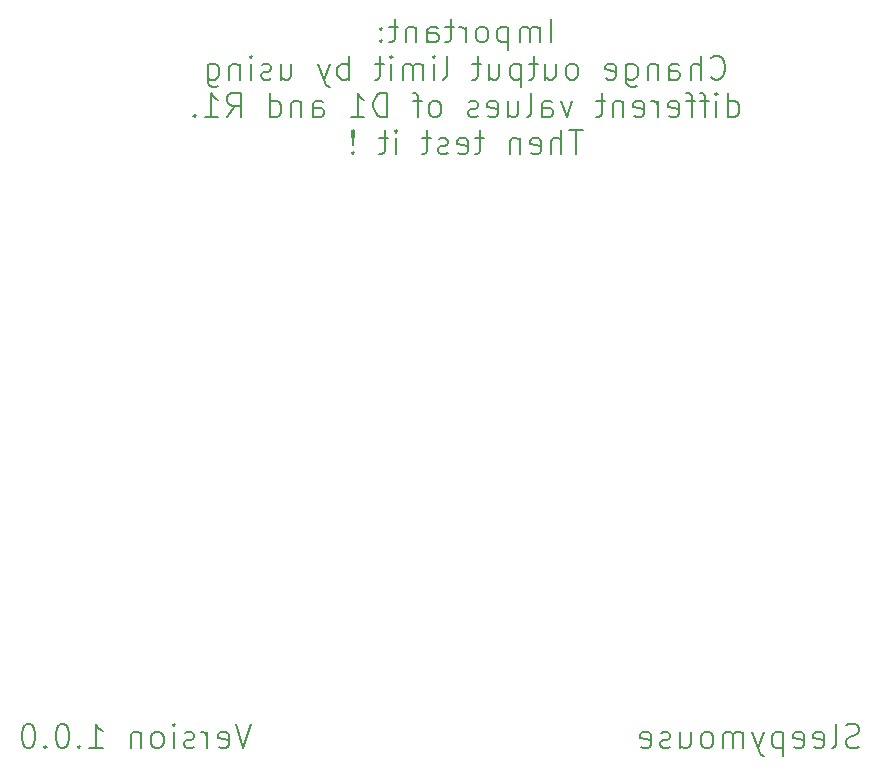
<source format=gbr>
G04 #@! TF.GenerationSoftware,KiCad,Pcbnew,(5.1.5)-3*
G04 #@! TF.CreationDate,2020-09-01T19:36:17+01:00*
G04 #@! TF.ProjectId,solarVoltageLimiter,736f6c61-7256-46f6-9c74-6167654c696d,1.0.1*
G04 #@! TF.SameCoordinates,Original*
G04 #@! TF.FileFunction,Legend,Bot*
G04 #@! TF.FilePolarity,Positive*
%FSLAX46Y46*%
G04 Gerber Fmt 4.6, Leading zero omitted, Abs format (unit mm)*
G04 Created by KiCad (PCBNEW (5.1.5)-3) date 2020-09-01 19:36:17*
%MOMM*%
%LPD*%
G04 APERTURE LIST*
%ADD10C,0.150000*%
G04 APERTURE END LIST*
D10*
X158285714Y-114809523D02*
X158000000Y-114904761D01*
X157523809Y-114904761D01*
X157333333Y-114809523D01*
X157238095Y-114714285D01*
X157142857Y-114523809D01*
X157142857Y-114333333D01*
X157238095Y-114142857D01*
X157333333Y-114047619D01*
X157523809Y-113952380D01*
X157904761Y-113857142D01*
X158095238Y-113761904D01*
X158190476Y-113666666D01*
X158285714Y-113476190D01*
X158285714Y-113285714D01*
X158190476Y-113095238D01*
X158095238Y-113000000D01*
X157904761Y-112904761D01*
X157428571Y-112904761D01*
X157142857Y-113000000D01*
X156000000Y-114904761D02*
X156190476Y-114809523D01*
X156285714Y-114619047D01*
X156285714Y-112904761D01*
X154476190Y-114809523D02*
X154666666Y-114904761D01*
X155047619Y-114904761D01*
X155238095Y-114809523D01*
X155333333Y-114619047D01*
X155333333Y-113857142D01*
X155238095Y-113666666D01*
X155047619Y-113571428D01*
X154666666Y-113571428D01*
X154476190Y-113666666D01*
X154380952Y-113857142D01*
X154380952Y-114047619D01*
X155333333Y-114238095D01*
X152761904Y-114809523D02*
X152952380Y-114904761D01*
X153333333Y-114904761D01*
X153523809Y-114809523D01*
X153619047Y-114619047D01*
X153619047Y-113857142D01*
X153523809Y-113666666D01*
X153333333Y-113571428D01*
X152952380Y-113571428D01*
X152761904Y-113666666D01*
X152666666Y-113857142D01*
X152666666Y-114047619D01*
X153619047Y-114238095D01*
X151809523Y-113571428D02*
X151809523Y-115571428D01*
X151809523Y-113666666D02*
X151619047Y-113571428D01*
X151238095Y-113571428D01*
X151047619Y-113666666D01*
X150952380Y-113761904D01*
X150857142Y-113952380D01*
X150857142Y-114523809D01*
X150952380Y-114714285D01*
X151047619Y-114809523D01*
X151238095Y-114904761D01*
X151619047Y-114904761D01*
X151809523Y-114809523D01*
X150190476Y-113571428D02*
X149714285Y-114904761D01*
X149238095Y-113571428D02*
X149714285Y-114904761D01*
X149904761Y-115380952D01*
X150000000Y-115476190D01*
X150190476Y-115571428D01*
X148476190Y-114904761D02*
X148476190Y-113571428D01*
X148476190Y-113761904D02*
X148380952Y-113666666D01*
X148190476Y-113571428D01*
X147904761Y-113571428D01*
X147714285Y-113666666D01*
X147619047Y-113857142D01*
X147619047Y-114904761D01*
X147619047Y-113857142D02*
X147523809Y-113666666D01*
X147333333Y-113571428D01*
X147047619Y-113571428D01*
X146857142Y-113666666D01*
X146761904Y-113857142D01*
X146761904Y-114904761D01*
X145523809Y-114904761D02*
X145714285Y-114809523D01*
X145809523Y-114714285D01*
X145904761Y-114523809D01*
X145904761Y-113952380D01*
X145809523Y-113761904D01*
X145714285Y-113666666D01*
X145523809Y-113571428D01*
X145238095Y-113571428D01*
X145047619Y-113666666D01*
X144952380Y-113761904D01*
X144857142Y-113952380D01*
X144857142Y-114523809D01*
X144952380Y-114714285D01*
X145047619Y-114809523D01*
X145238095Y-114904761D01*
X145523809Y-114904761D01*
X143142857Y-113571428D02*
X143142857Y-114904761D01*
X144000000Y-113571428D02*
X144000000Y-114619047D01*
X143904761Y-114809523D01*
X143714285Y-114904761D01*
X143428571Y-114904761D01*
X143238095Y-114809523D01*
X143142857Y-114714285D01*
X142285714Y-114809523D02*
X142095238Y-114904761D01*
X141714285Y-114904761D01*
X141523809Y-114809523D01*
X141428571Y-114619047D01*
X141428571Y-114523809D01*
X141523809Y-114333333D01*
X141714285Y-114238095D01*
X142000000Y-114238095D01*
X142190476Y-114142857D01*
X142285714Y-113952380D01*
X142285714Y-113857142D01*
X142190476Y-113666666D01*
X142000000Y-113571428D01*
X141714285Y-113571428D01*
X141523809Y-113666666D01*
X139809523Y-114809523D02*
X140000000Y-114904761D01*
X140380952Y-114904761D01*
X140571428Y-114809523D01*
X140666666Y-114619047D01*
X140666666Y-113857142D01*
X140571428Y-113666666D01*
X140380952Y-113571428D01*
X140000000Y-113571428D01*
X139809523Y-113666666D01*
X139714285Y-113857142D01*
X139714285Y-114047619D01*
X140666666Y-114238095D01*
X132190476Y-55179761D02*
X132190476Y-53179761D01*
X131238095Y-55179761D02*
X131238095Y-53846428D01*
X131238095Y-54036904D02*
X131142857Y-53941666D01*
X130952380Y-53846428D01*
X130666666Y-53846428D01*
X130476190Y-53941666D01*
X130380952Y-54132142D01*
X130380952Y-55179761D01*
X130380952Y-54132142D02*
X130285714Y-53941666D01*
X130095238Y-53846428D01*
X129809523Y-53846428D01*
X129619047Y-53941666D01*
X129523809Y-54132142D01*
X129523809Y-55179761D01*
X128571428Y-53846428D02*
X128571428Y-55846428D01*
X128571428Y-53941666D02*
X128380952Y-53846428D01*
X128000000Y-53846428D01*
X127809523Y-53941666D01*
X127714285Y-54036904D01*
X127619047Y-54227380D01*
X127619047Y-54798809D01*
X127714285Y-54989285D01*
X127809523Y-55084523D01*
X128000000Y-55179761D01*
X128380952Y-55179761D01*
X128571428Y-55084523D01*
X126476190Y-55179761D02*
X126666666Y-55084523D01*
X126761904Y-54989285D01*
X126857142Y-54798809D01*
X126857142Y-54227380D01*
X126761904Y-54036904D01*
X126666666Y-53941666D01*
X126476190Y-53846428D01*
X126190476Y-53846428D01*
X126000000Y-53941666D01*
X125904761Y-54036904D01*
X125809523Y-54227380D01*
X125809523Y-54798809D01*
X125904761Y-54989285D01*
X126000000Y-55084523D01*
X126190476Y-55179761D01*
X126476190Y-55179761D01*
X124952380Y-55179761D02*
X124952380Y-53846428D01*
X124952380Y-54227380D02*
X124857142Y-54036904D01*
X124761904Y-53941666D01*
X124571428Y-53846428D01*
X124380952Y-53846428D01*
X124000000Y-53846428D02*
X123238095Y-53846428D01*
X123714285Y-53179761D02*
X123714285Y-54894047D01*
X123619047Y-55084523D01*
X123428571Y-55179761D01*
X123238095Y-55179761D01*
X121714285Y-55179761D02*
X121714285Y-54132142D01*
X121809523Y-53941666D01*
X122000000Y-53846428D01*
X122380952Y-53846428D01*
X122571428Y-53941666D01*
X121714285Y-55084523D02*
X121904761Y-55179761D01*
X122380952Y-55179761D01*
X122571428Y-55084523D01*
X122666666Y-54894047D01*
X122666666Y-54703571D01*
X122571428Y-54513095D01*
X122380952Y-54417857D01*
X121904761Y-54417857D01*
X121714285Y-54322619D01*
X120761904Y-53846428D02*
X120761904Y-55179761D01*
X120761904Y-54036904D02*
X120666666Y-53941666D01*
X120476190Y-53846428D01*
X120190476Y-53846428D01*
X120000000Y-53941666D01*
X119904761Y-54132142D01*
X119904761Y-55179761D01*
X119238095Y-53846428D02*
X118476190Y-53846428D01*
X118952380Y-53179761D02*
X118952380Y-54894047D01*
X118857142Y-55084523D01*
X118666666Y-55179761D01*
X118476190Y-55179761D01*
X117809523Y-54989285D02*
X117714285Y-55084523D01*
X117809523Y-55179761D01*
X117904761Y-55084523D01*
X117809523Y-54989285D01*
X117809523Y-55179761D01*
X117809523Y-53941666D02*
X117714285Y-54036904D01*
X117809523Y-54132142D01*
X117904761Y-54036904D01*
X117809523Y-53941666D01*
X117809523Y-54132142D01*
X145714285Y-58139285D02*
X145809523Y-58234523D01*
X146095238Y-58329761D01*
X146285714Y-58329761D01*
X146571428Y-58234523D01*
X146761904Y-58044047D01*
X146857142Y-57853571D01*
X146952380Y-57472619D01*
X146952380Y-57186904D01*
X146857142Y-56805952D01*
X146761904Y-56615476D01*
X146571428Y-56425000D01*
X146285714Y-56329761D01*
X146095238Y-56329761D01*
X145809523Y-56425000D01*
X145714285Y-56520238D01*
X144857142Y-58329761D02*
X144857142Y-56329761D01*
X144000000Y-58329761D02*
X144000000Y-57282142D01*
X144095238Y-57091666D01*
X144285714Y-56996428D01*
X144571428Y-56996428D01*
X144761904Y-57091666D01*
X144857142Y-57186904D01*
X142190476Y-58329761D02*
X142190476Y-57282142D01*
X142285714Y-57091666D01*
X142476190Y-56996428D01*
X142857142Y-56996428D01*
X143047619Y-57091666D01*
X142190476Y-58234523D02*
X142380952Y-58329761D01*
X142857142Y-58329761D01*
X143047619Y-58234523D01*
X143142857Y-58044047D01*
X143142857Y-57853571D01*
X143047619Y-57663095D01*
X142857142Y-57567857D01*
X142380952Y-57567857D01*
X142190476Y-57472619D01*
X141238095Y-56996428D02*
X141238095Y-58329761D01*
X141238095Y-57186904D02*
X141142857Y-57091666D01*
X140952380Y-56996428D01*
X140666666Y-56996428D01*
X140476190Y-57091666D01*
X140380952Y-57282142D01*
X140380952Y-58329761D01*
X138571428Y-56996428D02*
X138571428Y-58615476D01*
X138666666Y-58805952D01*
X138761904Y-58901190D01*
X138952380Y-58996428D01*
X139238095Y-58996428D01*
X139428571Y-58901190D01*
X138571428Y-58234523D02*
X138761904Y-58329761D01*
X139142857Y-58329761D01*
X139333333Y-58234523D01*
X139428571Y-58139285D01*
X139523809Y-57948809D01*
X139523809Y-57377380D01*
X139428571Y-57186904D01*
X139333333Y-57091666D01*
X139142857Y-56996428D01*
X138761904Y-56996428D01*
X138571428Y-57091666D01*
X136857142Y-58234523D02*
X137047619Y-58329761D01*
X137428571Y-58329761D01*
X137619047Y-58234523D01*
X137714285Y-58044047D01*
X137714285Y-57282142D01*
X137619047Y-57091666D01*
X137428571Y-56996428D01*
X137047619Y-56996428D01*
X136857142Y-57091666D01*
X136761904Y-57282142D01*
X136761904Y-57472619D01*
X137714285Y-57663095D01*
X134095238Y-58329761D02*
X134285714Y-58234523D01*
X134380952Y-58139285D01*
X134476190Y-57948809D01*
X134476190Y-57377380D01*
X134380952Y-57186904D01*
X134285714Y-57091666D01*
X134095238Y-56996428D01*
X133809523Y-56996428D01*
X133619047Y-57091666D01*
X133523809Y-57186904D01*
X133428571Y-57377380D01*
X133428571Y-57948809D01*
X133523809Y-58139285D01*
X133619047Y-58234523D01*
X133809523Y-58329761D01*
X134095238Y-58329761D01*
X131714285Y-56996428D02*
X131714285Y-58329761D01*
X132571428Y-56996428D02*
X132571428Y-58044047D01*
X132476190Y-58234523D01*
X132285714Y-58329761D01*
X132000000Y-58329761D01*
X131809523Y-58234523D01*
X131714285Y-58139285D01*
X131047619Y-56996428D02*
X130285714Y-56996428D01*
X130761904Y-56329761D02*
X130761904Y-58044047D01*
X130666666Y-58234523D01*
X130476190Y-58329761D01*
X130285714Y-58329761D01*
X129619047Y-56996428D02*
X129619047Y-58996428D01*
X129619047Y-57091666D02*
X129428571Y-56996428D01*
X129047619Y-56996428D01*
X128857142Y-57091666D01*
X128761904Y-57186904D01*
X128666666Y-57377380D01*
X128666666Y-57948809D01*
X128761904Y-58139285D01*
X128857142Y-58234523D01*
X129047619Y-58329761D01*
X129428571Y-58329761D01*
X129619047Y-58234523D01*
X126952380Y-56996428D02*
X126952380Y-58329761D01*
X127809523Y-56996428D02*
X127809523Y-58044047D01*
X127714285Y-58234523D01*
X127523809Y-58329761D01*
X127238095Y-58329761D01*
X127047619Y-58234523D01*
X126952380Y-58139285D01*
X126285714Y-56996428D02*
X125523809Y-56996428D01*
X126000000Y-56329761D02*
X126000000Y-58044047D01*
X125904761Y-58234523D01*
X125714285Y-58329761D01*
X125523809Y-58329761D01*
X123047619Y-58329761D02*
X123238095Y-58234523D01*
X123333333Y-58044047D01*
X123333333Y-56329761D01*
X122285714Y-58329761D02*
X122285714Y-56996428D01*
X122285714Y-56329761D02*
X122380952Y-56425000D01*
X122285714Y-56520238D01*
X122190476Y-56425000D01*
X122285714Y-56329761D01*
X122285714Y-56520238D01*
X121333333Y-58329761D02*
X121333333Y-56996428D01*
X121333333Y-57186904D02*
X121238095Y-57091666D01*
X121047619Y-56996428D01*
X120761904Y-56996428D01*
X120571428Y-57091666D01*
X120476190Y-57282142D01*
X120476190Y-58329761D01*
X120476190Y-57282142D02*
X120380952Y-57091666D01*
X120190476Y-56996428D01*
X119904761Y-56996428D01*
X119714285Y-57091666D01*
X119619047Y-57282142D01*
X119619047Y-58329761D01*
X118666666Y-58329761D02*
X118666666Y-56996428D01*
X118666666Y-56329761D02*
X118761904Y-56425000D01*
X118666666Y-56520238D01*
X118571428Y-56425000D01*
X118666666Y-56329761D01*
X118666666Y-56520238D01*
X118000000Y-56996428D02*
X117238095Y-56996428D01*
X117714285Y-56329761D02*
X117714285Y-58044047D01*
X117619047Y-58234523D01*
X117428571Y-58329761D01*
X117238095Y-58329761D01*
X115047619Y-58329761D02*
X115047619Y-56329761D01*
X115047619Y-57091666D02*
X114857142Y-56996428D01*
X114476190Y-56996428D01*
X114285714Y-57091666D01*
X114190476Y-57186904D01*
X114095238Y-57377380D01*
X114095238Y-57948809D01*
X114190476Y-58139285D01*
X114285714Y-58234523D01*
X114476190Y-58329761D01*
X114857142Y-58329761D01*
X115047619Y-58234523D01*
X113428571Y-56996428D02*
X112952380Y-58329761D01*
X112476190Y-56996428D02*
X112952380Y-58329761D01*
X113142857Y-58805952D01*
X113238095Y-58901190D01*
X113428571Y-58996428D01*
X109333333Y-56996428D02*
X109333333Y-58329761D01*
X110190476Y-56996428D02*
X110190476Y-58044047D01*
X110095238Y-58234523D01*
X109904761Y-58329761D01*
X109619047Y-58329761D01*
X109428571Y-58234523D01*
X109333333Y-58139285D01*
X108476190Y-58234523D02*
X108285714Y-58329761D01*
X107904761Y-58329761D01*
X107714285Y-58234523D01*
X107619047Y-58044047D01*
X107619047Y-57948809D01*
X107714285Y-57758333D01*
X107904761Y-57663095D01*
X108190476Y-57663095D01*
X108380952Y-57567857D01*
X108476190Y-57377380D01*
X108476190Y-57282142D01*
X108380952Y-57091666D01*
X108190476Y-56996428D01*
X107904761Y-56996428D01*
X107714285Y-57091666D01*
X106761904Y-58329761D02*
X106761904Y-56996428D01*
X106761904Y-56329761D02*
X106857142Y-56425000D01*
X106761904Y-56520238D01*
X106666666Y-56425000D01*
X106761904Y-56329761D01*
X106761904Y-56520238D01*
X105809523Y-56996428D02*
X105809523Y-58329761D01*
X105809523Y-57186904D02*
X105714285Y-57091666D01*
X105523809Y-56996428D01*
X105238095Y-56996428D01*
X105047619Y-57091666D01*
X104952380Y-57282142D01*
X104952380Y-58329761D01*
X103142857Y-56996428D02*
X103142857Y-58615476D01*
X103238095Y-58805952D01*
X103333333Y-58901190D01*
X103523809Y-58996428D01*
X103809523Y-58996428D01*
X104000000Y-58901190D01*
X103142857Y-58234523D02*
X103333333Y-58329761D01*
X103714285Y-58329761D01*
X103904761Y-58234523D01*
X104000000Y-58139285D01*
X104095238Y-57948809D01*
X104095238Y-57377380D01*
X104000000Y-57186904D01*
X103904761Y-57091666D01*
X103714285Y-56996428D01*
X103333333Y-56996428D01*
X103142857Y-57091666D01*
X147142857Y-61479761D02*
X147142857Y-59479761D01*
X147142857Y-61384523D02*
X147333333Y-61479761D01*
X147714285Y-61479761D01*
X147904761Y-61384523D01*
X148000000Y-61289285D01*
X148095238Y-61098809D01*
X148095238Y-60527380D01*
X148000000Y-60336904D01*
X147904761Y-60241666D01*
X147714285Y-60146428D01*
X147333333Y-60146428D01*
X147142857Y-60241666D01*
X146190476Y-61479761D02*
X146190476Y-60146428D01*
X146190476Y-59479761D02*
X146285714Y-59575000D01*
X146190476Y-59670238D01*
X146095238Y-59575000D01*
X146190476Y-59479761D01*
X146190476Y-59670238D01*
X145523809Y-60146428D02*
X144761904Y-60146428D01*
X145238095Y-61479761D02*
X145238095Y-59765476D01*
X145142857Y-59575000D01*
X144952380Y-59479761D01*
X144761904Y-59479761D01*
X144380952Y-60146428D02*
X143619047Y-60146428D01*
X144095238Y-61479761D02*
X144095238Y-59765476D01*
X144000000Y-59575000D01*
X143809523Y-59479761D01*
X143619047Y-59479761D01*
X142190476Y-61384523D02*
X142380952Y-61479761D01*
X142761904Y-61479761D01*
X142952380Y-61384523D01*
X143047619Y-61194047D01*
X143047619Y-60432142D01*
X142952380Y-60241666D01*
X142761904Y-60146428D01*
X142380952Y-60146428D01*
X142190476Y-60241666D01*
X142095238Y-60432142D01*
X142095238Y-60622619D01*
X143047619Y-60813095D01*
X141238095Y-61479761D02*
X141238095Y-60146428D01*
X141238095Y-60527380D02*
X141142857Y-60336904D01*
X141047619Y-60241666D01*
X140857142Y-60146428D01*
X140666666Y-60146428D01*
X139238095Y-61384523D02*
X139428571Y-61479761D01*
X139809523Y-61479761D01*
X140000000Y-61384523D01*
X140095238Y-61194047D01*
X140095238Y-60432142D01*
X140000000Y-60241666D01*
X139809523Y-60146428D01*
X139428571Y-60146428D01*
X139238095Y-60241666D01*
X139142857Y-60432142D01*
X139142857Y-60622619D01*
X140095238Y-60813095D01*
X138285714Y-60146428D02*
X138285714Y-61479761D01*
X138285714Y-60336904D02*
X138190476Y-60241666D01*
X138000000Y-60146428D01*
X137714285Y-60146428D01*
X137523809Y-60241666D01*
X137428571Y-60432142D01*
X137428571Y-61479761D01*
X136761904Y-60146428D02*
X136000000Y-60146428D01*
X136476190Y-59479761D02*
X136476190Y-61194047D01*
X136380952Y-61384523D01*
X136190476Y-61479761D01*
X136000000Y-61479761D01*
X134000000Y-60146428D02*
X133523809Y-61479761D01*
X133047619Y-60146428D01*
X131428571Y-61479761D02*
X131428571Y-60432142D01*
X131523809Y-60241666D01*
X131714285Y-60146428D01*
X132095238Y-60146428D01*
X132285714Y-60241666D01*
X131428571Y-61384523D02*
X131619047Y-61479761D01*
X132095238Y-61479761D01*
X132285714Y-61384523D01*
X132380952Y-61194047D01*
X132380952Y-61003571D01*
X132285714Y-60813095D01*
X132095238Y-60717857D01*
X131619047Y-60717857D01*
X131428571Y-60622619D01*
X130190476Y-61479761D02*
X130380952Y-61384523D01*
X130476190Y-61194047D01*
X130476190Y-59479761D01*
X128571428Y-60146428D02*
X128571428Y-61479761D01*
X129428571Y-60146428D02*
X129428571Y-61194047D01*
X129333333Y-61384523D01*
X129142857Y-61479761D01*
X128857142Y-61479761D01*
X128666666Y-61384523D01*
X128571428Y-61289285D01*
X126857142Y-61384523D02*
X127047619Y-61479761D01*
X127428571Y-61479761D01*
X127619047Y-61384523D01*
X127714285Y-61194047D01*
X127714285Y-60432142D01*
X127619047Y-60241666D01*
X127428571Y-60146428D01*
X127047619Y-60146428D01*
X126857142Y-60241666D01*
X126761904Y-60432142D01*
X126761904Y-60622619D01*
X127714285Y-60813095D01*
X126000000Y-61384523D02*
X125809523Y-61479761D01*
X125428571Y-61479761D01*
X125238095Y-61384523D01*
X125142857Y-61194047D01*
X125142857Y-61098809D01*
X125238095Y-60908333D01*
X125428571Y-60813095D01*
X125714285Y-60813095D01*
X125904761Y-60717857D01*
X126000000Y-60527380D01*
X126000000Y-60432142D01*
X125904761Y-60241666D01*
X125714285Y-60146428D01*
X125428571Y-60146428D01*
X125238095Y-60241666D01*
X122476190Y-61479761D02*
X122666666Y-61384523D01*
X122761904Y-61289285D01*
X122857142Y-61098809D01*
X122857142Y-60527380D01*
X122761904Y-60336904D01*
X122666666Y-60241666D01*
X122476190Y-60146428D01*
X122190476Y-60146428D01*
X122000000Y-60241666D01*
X121904761Y-60336904D01*
X121809523Y-60527380D01*
X121809523Y-61098809D01*
X121904761Y-61289285D01*
X122000000Y-61384523D01*
X122190476Y-61479761D01*
X122476190Y-61479761D01*
X121238095Y-60146428D02*
X120476190Y-60146428D01*
X120952380Y-61479761D02*
X120952380Y-59765476D01*
X120857142Y-59575000D01*
X120666666Y-59479761D01*
X120476190Y-59479761D01*
X118285714Y-61479761D02*
X118285714Y-59479761D01*
X117809523Y-59479761D01*
X117523809Y-59575000D01*
X117333333Y-59765476D01*
X117238095Y-59955952D01*
X117142857Y-60336904D01*
X117142857Y-60622619D01*
X117238095Y-61003571D01*
X117333333Y-61194047D01*
X117523809Y-61384523D01*
X117809523Y-61479761D01*
X118285714Y-61479761D01*
X115238095Y-61479761D02*
X116380952Y-61479761D01*
X115809523Y-61479761D02*
X115809523Y-59479761D01*
X116000000Y-59765476D01*
X116190476Y-59955952D01*
X116380952Y-60051190D01*
X112000000Y-61479761D02*
X112000000Y-60432142D01*
X112095238Y-60241666D01*
X112285714Y-60146428D01*
X112666666Y-60146428D01*
X112857142Y-60241666D01*
X112000000Y-61384523D02*
X112190476Y-61479761D01*
X112666666Y-61479761D01*
X112857142Y-61384523D01*
X112952380Y-61194047D01*
X112952380Y-61003571D01*
X112857142Y-60813095D01*
X112666666Y-60717857D01*
X112190476Y-60717857D01*
X112000000Y-60622619D01*
X111047619Y-60146428D02*
X111047619Y-61479761D01*
X111047619Y-60336904D02*
X110952380Y-60241666D01*
X110761904Y-60146428D01*
X110476190Y-60146428D01*
X110285714Y-60241666D01*
X110190476Y-60432142D01*
X110190476Y-61479761D01*
X108380952Y-61479761D02*
X108380952Y-59479761D01*
X108380952Y-61384523D02*
X108571428Y-61479761D01*
X108952380Y-61479761D01*
X109142857Y-61384523D01*
X109238095Y-61289285D01*
X109333333Y-61098809D01*
X109333333Y-60527380D01*
X109238095Y-60336904D01*
X109142857Y-60241666D01*
X108952380Y-60146428D01*
X108571428Y-60146428D01*
X108380952Y-60241666D01*
X104761904Y-61479761D02*
X105428571Y-60527380D01*
X105904761Y-61479761D02*
X105904761Y-59479761D01*
X105142857Y-59479761D01*
X104952380Y-59575000D01*
X104857142Y-59670238D01*
X104761904Y-59860714D01*
X104761904Y-60146428D01*
X104857142Y-60336904D01*
X104952380Y-60432142D01*
X105142857Y-60527380D01*
X105904761Y-60527380D01*
X102857142Y-61479761D02*
X104000000Y-61479761D01*
X103428571Y-61479761D02*
X103428571Y-59479761D01*
X103619047Y-59765476D01*
X103809523Y-59955952D01*
X104000000Y-60051190D01*
X102000000Y-61289285D02*
X101904761Y-61384523D01*
X102000000Y-61479761D01*
X102095238Y-61384523D01*
X102000000Y-61289285D01*
X102000000Y-61479761D01*
X134857142Y-62629761D02*
X133714285Y-62629761D01*
X134285714Y-64629761D02*
X134285714Y-62629761D01*
X133047619Y-64629761D02*
X133047619Y-62629761D01*
X132190476Y-64629761D02*
X132190476Y-63582142D01*
X132285714Y-63391666D01*
X132476190Y-63296428D01*
X132761904Y-63296428D01*
X132952380Y-63391666D01*
X133047619Y-63486904D01*
X130476190Y-64534523D02*
X130666666Y-64629761D01*
X131047619Y-64629761D01*
X131238095Y-64534523D01*
X131333333Y-64344047D01*
X131333333Y-63582142D01*
X131238095Y-63391666D01*
X131047619Y-63296428D01*
X130666666Y-63296428D01*
X130476190Y-63391666D01*
X130380952Y-63582142D01*
X130380952Y-63772619D01*
X131333333Y-63963095D01*
X129523809Y-63296428D02*
X129523809Y-64629761D01*
X129523809Y-63486904D02*
X129428571Y-63391666D01*
X129238095Y-63296428D01*
X128952380Y-63296428D01*
X128761904Y-63391666D01*
X128666666Y-63582142D01*
X128666666Y-64629761D01*
X126476190Y-63296428D02*
X125714285Y-63296428D01*
X126190476Y-62629761D02*
X126190476Y-64344047D01*
X126095238Y-64534523D01*
X125904761Y-64629761D01*
X125714285Y-64629761D01*
X124285714Y-64534523D02*
X124476190Y-64629761D01*
X124857142Y-64629761D01*
X125047619Y-64534523D01*
X125142857Y-64344047D01*
X125142857Y-63582142D01*
X125047619Y-63391666D01*
X124857142Y-63296428D01*
X124476190Y-63296428D01*
X124285714Y-63391666D01*
X124190476Y-63582142D01*
X124190476Y-63772619D01*
X125142857Y-63963095D01*
X123428571Y-64534523D02*
X123238095Y-64629761D01*
X122857142Y-64629761D01*
X122666666Y-64534523D01*
X122571428Y-64344047D01*
X122571428Y-64248809D01*
X122666666Y-64058333D01*
X122857142Y-63963095D01*
X123142857Y-63963095D01*
X123333333Y-63867857D01*
X123428571Y-63677380D01*
X123428571Y-63582142D01*
X123333333Y-63391666D01*
X123142857Y-63296428D01*
X122857142Y-63296428D01*
X122666666Y-63391666D01*
X122000000Y-63296428D02*
X121238095Y-63296428D01*
X121714285Y-62629761D02*
X121714285Y-64344047D01*
X121619047Y-64534523D01*
X121428571Y-64629761D01*
X121238095Y-64629761D01*
X119047619Y-64629761D02*
X119047619Y-63296428D01*
X119047619Y-62629761D02*
X119142857Y-62725000D01*
X119047619Y-62820238D01*
X118952380Y-62725000D01*
X119047619Y-62629761D01*
X119047619Y-62820238D01*
X118380952Y-63296428D02*
X117619047Y-63296428D01*
X118095238Y-62629761D02*
X118095238Y-64344047D01*
X118000000Y-64534523D01*
X117809523Y-64629761D01*
X117619047Y-64629761D01*
X115428571Y-64439285D02*
X115333333Y-64534523D01*
X115428571Y-64629761D01*
X115523809Y-64534523D01*
X115428571Y-64439285D01*
X115428571Y-64629761D01*
X115428571Y-63867857D02*
X115523809Y-62725000D01*
X115428571Y-62629761D01*
X115333333Y-62725000D01*
X115428571Y-63867857D01*
X115428571Y-62629761D01*
X106809523Y-112904761D02*
X106142857Y-114904761D01*
X105476190Y-112904761D01*
X104047619Y-114809523D02*
X104238095Y-114904761D01*
X104619047Y-114904761D01*
X104809523Y-114809523D01*
X104904761Y-114619047D01*
X104904761Y-113857142D01*
X104809523Y-113666666D01*
X104619047Y-113571428D01*
X104238095Y-113571428D01*
X104047619Y-113666666D01*
X103952380Y-113857142D01*
X103952380Y-114047619D01*
X104904761Y-114238095D01*
X103095238Y-114904761D02*
X103095238Y-113571428D01*
X103095238Y-113952380D02*
X103000000Y-113761904D01*
X102904761Y-113666666D01*
X102714285Y-113571428D01*
X102523809Y-113571428D01*
X101952380Y-114809523D02*
X101761904Y-114904761D01*
X101380952Y-114904761D01*
X101190476Y-114809523D01*
X101095238Y-114619047D01*
X101095238Y-114523809D01*
X101190476Y-114333333D01*
X101380952Y-114238095D01*
X101666666Y-114238095D01*
X101857142Y-114142857D01*
X101952380Y-113952380D01*
X101952380Y-113857142D01*
X101857142Y-113666666D01*
X101666666Y-113571428D01*
X101380952Y-113571428D01*
X101190476Y-113666666D01*
X100238095Y-114904761D02*
X100238095Y-113571428D01*
X100238095Y-112904761D02*
X100333333Y-113000000D01*
X100238095Y-113095238D01*
X100142857Y-113000000D01*
X100238095Y-112904761D01*
X100238095Y-113095238D01*
X99000000Y-114904761D02*
X99190476Y-114809523D01*
X99285714Y-114714285D01*
X99380952Y-114523809D01*
X99380952Y-113952380D01*
X99285714Y-113761904D01*
X99190476Y-113666666D01*
X99000000Y-113571428D01*
X98714285Y-113571428D01*
X98523809Y-113666666D01*
X98428571Y-113761904D01*
X98333333Y-113952380D01*
X98333333Y-114523809D01*
X98428571Y-114714285D01*
X98523809Y-114809523D01*
X98714285Y-114904761D01*
X99000000Y-114904761D01*
X97476190Y-113571428D02*
X97476190Y-114904761D01*
X97476190Y-113761904D02*
X97380952Y-113666666D01*
X97190476Y-113571428D01*
X96904761Y-113571428D01*
X96714285Y-113666666D01*
X96619047Y-113857142D01*
X96619047Y-114904761D01*
X93095238Y-114904761D02*
X94238095Y-114904761D01*
X93666666Y-114904761D02*
X93666666Y-112904761D01*
X93857142Y-113190476D01*
X94047619Y-113380952D01*
X94238095Y-113476190D01*
X92238095Y-114714285D02*
X92142857Y-114809523D01*
X92238095Y-114904761D01*
X92333333Y-114809523D01*
X92238095Y-114714285D01*
X92238095Y-114904761D01*
X90904761Y-112904761D02*
X90714285Y-112904761D01*
X90523809Y-113000000D01*
X90428571Y-113095238D01*
X90333333Y-113285714D01*
X90238095Y-113666666D01*
X90238095Y-114142857D01*
X90333333Y-114523809D01*
X90428571Y-114714285D01*
X90523809Y-114809523D01*
X90714285Y-114904761D01*
X90904761Y-114904761D01*
X91095238Y-114809523D01*
X91190476Y-114714285D01*
X91285714Y-114523809D01*
X91380952Y-114142857D01*
X91380952Y-113666666D01*
X91285714Y-113285714D01*
X91190476Y-113095238D01*
X91095238Y-113000000D01*
X90904761Y-112904761D01*
X89380952Y-114714285D02*
X89285714Y-114809523D01*
X89380952Y-114904761D01*
X89476190Y-114809523D01*
X89380952Y-114714285D01*
X89380952Y-114904761D01*
X88047619Y-112904761D02*
X87857142Y-112904761D01*
X87666666Y-113000000D01*
X87571428Y-113095238D01*
X87476190Y-113285714D01*
X87380952Y-113666666D01*
X87380952Y-114142857D01*
X87476190Y-114523809D01*
X87571428Y-114714285D01*
X87666666Y-114809523D01*
X87857142Y-114904761D01*
X88047619Y-114904761D01*
X88238095Y-114809523D01*
X88333333Y-114714285D01*
X88428571Y-114523809D01*
X88523809Y-114142857D01*
X88523809Y-113666666D01*
X88428571Y-113285714D01*
X88333333Y-113095238D01*
X88238095Y-113000000D01*
X88047619Y-112904761D01*
M02*

</source>
